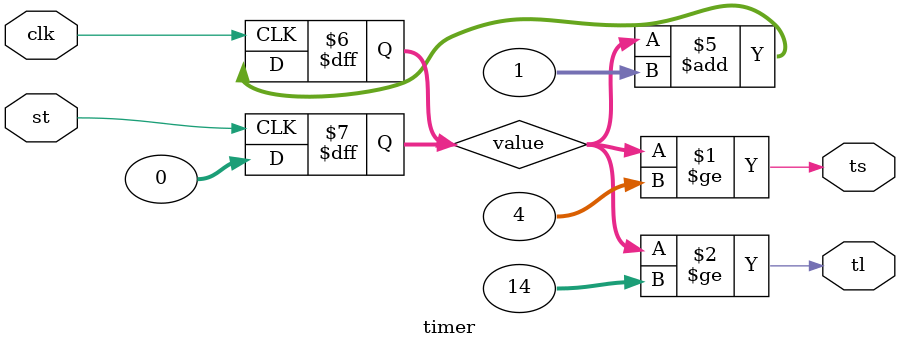
<source format=v>
`timescale 1ns / 1ps


module timer(ts, tl, st, clk);
output ts;
output tl;
input st;
input clk;
integer value;
assign ts = (value >= 4); // 5 cycles after reset
assign tl = (value >= 14); // 15 cycles after reset
always @(posedge st) value = 0; // async reset
always @(posedge clk) value = value + 1;
endmodule

</source>
